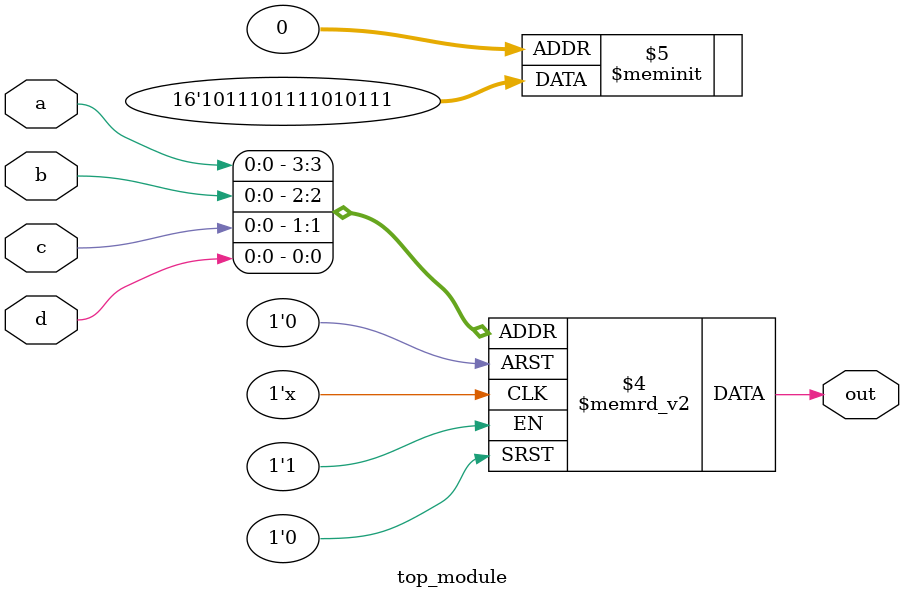
<source format=sv>
module top_module (
    input a, 
    input b,
    input c,
    input d,
    output reg out
);

always @(*) begin
    case ({a, b, c, d})
        4'b0000: out = 1'b1;
        4'b0001: out = 1'b1;
        4'b0010: out = 1'b1;
        4'b0011: out = 1'b0;
        4'b0100: out = 1'b1;
        4'b0101: out = 1'b0;
        4'b0110: out = 1'b1;
        4'b0111: out = 1'b1;
        4'b1000: out = 1'b1;
        4'b1001: out = 1'b1;
        4'b1010: out = 1'b0;
        4'b1011: out = 1'b1;
        4'b1100: out = 1'b1;
        4'b1101: out = 1'b1;
        4'b1110: out = 1'b0;
        4'b1111: out = 1'b1;
    endcase
end

endmodule

</source>
